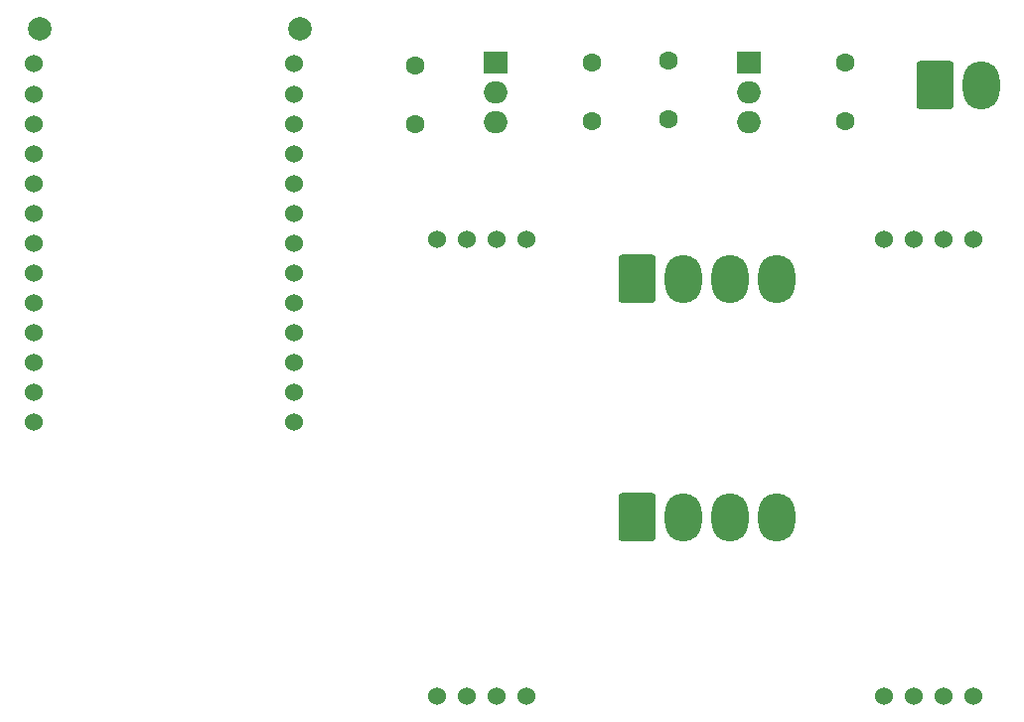
<source format=gbs>
%TF.GenerationSoftware,KiCad,Pcbnew,(5.1.10)-1*%
%TF.CreationDate,2021-11-27T19:49:19-05:00*%
%TF.ProjectId,Escollera.kicad_pcb_under,4573636f-6c6c-4657-9261-2e6b69636164,rev?*%
%TF.SameCoordinates,Original*%
%TF.FileFunction,Soldermask,Bot*%
%TF.FilePolarity,Negative*%
%FSLAX46Y46*%
G04 Gerber Fmt 4.6, Leading zero omitted, Abs format (unit mm)*
G04 Created by KiCad (PCBNEW (5.1.10)-1) date 2021-11-27 19:49:19*
%MOMM*%
%LPD*%
G01*
G04 APERTURE LIST*
%ADD10C,1.600000*%
%ADD11C,1.524000*%
%ADD12O,3.160000X4.100000*%
%ADD13R,2.000000X1.905000*%
%ADD14O,2.000000X1.905000*%
%ADD15C,2.000000*%
G04 APERTURE END LIST*
D10*
%TO.C,C4*%
X136017000Y-75739000D03*
X136017000Y-70739000D03*
%TD*%
D11*
%TO.C,U4*%
X175995000Y-124460000D03*
X178535000Y-124460000D03*
X181075000Y-124460000D03*
X183615000Y-124460000D03*
X183615000Y-85540000D03*
X181075000Y-85540000D03*
X178535000Y-85540000D03*
X175995000Y-85540000D03*
%TD*%
D10*
%TO.C,C2*%
X172720000Y-70485000D03*
X172720000Y-75485000D03*
%TD*%
%TO.C,C1*%
X151130000Y-70485000D03*
X151130000Y-75485000D03*
%TD*%
%TO.C,C3*%
X157607000Y-70311000D03*
X157607000Y-75311000D03*
%TD*%
%TO.C,J1*%
G36*
G01*
X178760000Y-74190000D02*
X178760000Y-70590000D01*
G75*
G02*
X179010000Y-70340000I250000J0D01*
G01*
X181670000Y-70340000D01*
G75*
G02*
X181920000Y-70590000I0J-250000D01*
G01*
X181920000Y-74190000D01*
G75*
G02*
X181670000Y-74440000I-250000J0D01*
G01*
X179010000Y-74440000D01*
G75*
G02*
X178760000Y-74190000I0J250000D01*
G01*
G37*
D12*
X184300000Y-72390000D03*
%TD*%
%TO.C,J2*%
X166820000Y-88900000D03*
X162860000Y-88900000D03*
X158900000Y-88900000D03*
G36*
G01*
X153360000Y-90700000D02*
X153360000Y-87100000D01*
G75*
G02*
X153610000Y-86850000I250000J0D01*
G01*
X156270000Y-86850000D01*
G75*
G02*
X156520000Y-87100000I0J-250000D01*
G01*
X156520000Y-90700000D01*
G75*
G02*
X156270000Y-90950000I-250000J0D01*
G01*
X153610000Y-90950000D01*
G75*
G02*
X153360000Y-90700000I0J250000D01*
G01*
G37*
%TD*%
%TO.C,J3*%
G36*
G01*
X153360000Y-111020000D02*
X153360000Y-107420000D01*
G75*
G02*
X153610000Y-107170000I250000J0D01*
G01*
X156270000Y-107170000D01*
G75*
G02*
X156520000Y-107420000I0J-250000D01*
G01*
X156520000Y-111020000D01*
G75*
G02*
X156270000Y-111270000I-250000J0D01*
G01*
X153610000Y-111270000D01*
G75*
G02*
X153360000Y-111020000I0J250000D01*
G01*
G37*
X158900000Y-109220000D03*
X162860000Y-109220000D03*
X166820000Y-109220000D03*
%TD*%
D13*
%TO.C,U1*%
X164465000Y-70485000D03*
D14*
X164465000Y-73025000D03*
X164465000Y-75565000D03*
%TD*%
%TO.C,U2*%
X142875000Y-75565000D03*
X142875000Y-73025000D03*
D13*
X142875000Y-70485000D03*
%TD*%
D11*
%TO.C,U3*%
X137895000Y-85540000D03*
X140435000Y-85540000D03*
X142975000Y-85540000D03*
X145515000Y-85540000D03*
X145515000Y-124460000D03*
X142975000Y-124460000D03*
X140435000Y-124460000D03*
X137895000Y-124460000D03*
%TD*%
%TO.C,U5*%
X125720000Y-101090000D03*
X125720000Y-98550000D03*
X125720000Y-96010000D03*
X125720000Y-93470000D03*
X125720000Y-90930000D03*
X125720000Y-88390000D03*
X125720000Y-85850000D03*
X125720000Y-83310000D03*
X125720000Y-80770000D03*
X125720000Y-78230000D03*
X125720000Y-75690000D03*
X125720000Y-73150000D03*
X125720000Y-70580000D03*
D15*
X126170000Y-67580000D03*
X104020000Y-67580000D03*
D11*
X103470000Y-101090000D03*
X103470000Y-98550000D03*
X103470000Y-96010000D03*
X103470000Y-93470000D03*
X103470000Y-90930000D03*
X103470000Y-88390000D03*
X103470000Y-85850000D03*
X103470000Y-83310000D03*
X103470000Y-80770000D03*
X103470000Y-78230000D03*
X103470000Y-75690000D03*
X103470000Y-73150000D03*
X103470000Y-70580000D03*
%TD*%
M02*

</source>
